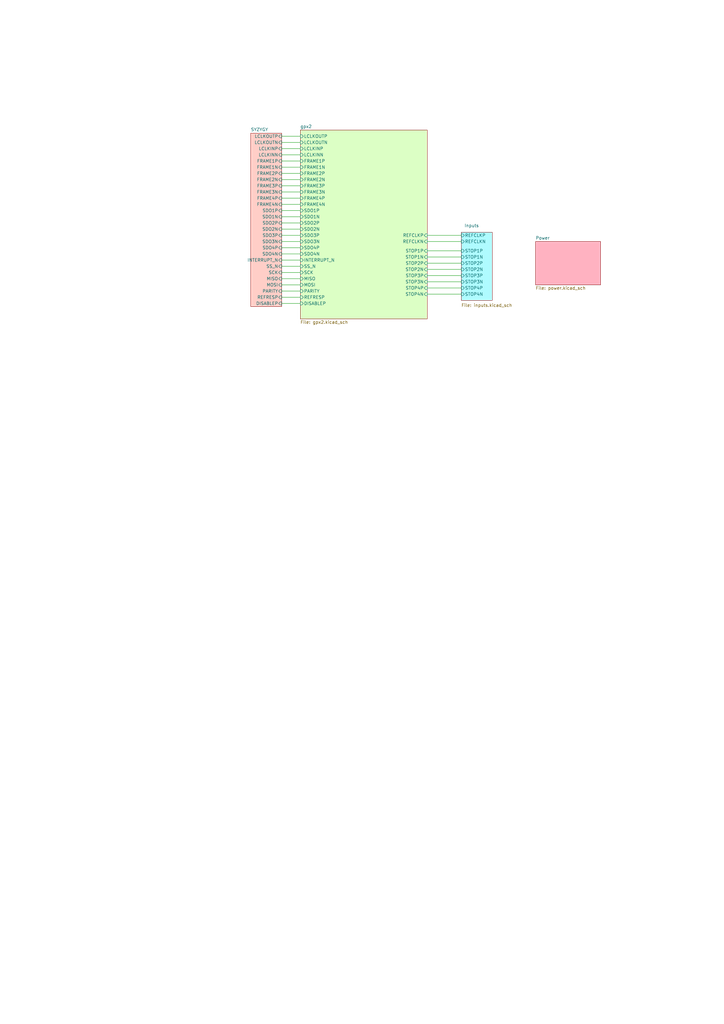
<source format=kicad_sch>
(kicad_sch
	(version 20231120)
	(generator "eeschema")
	(generator_version "8.0")
	(uuid "58794247-fa97-42c4-a3e2-816831bb0d27")
	(paper "A3" portrait)
	(lib_symbols)
	(wire
		(pts
			(xy 175.26 110.49) (xy 189.23 110.49)
		)
		(stroke
			(width 0)
			(type default)
		)
		(uuid "01250f74-8b93-4ecc-a5c1-780c0b2e8aac")
	)
	(wire
		(pts
			(xy 115.57 114.3) (xy 123.19 114.3)
		)
		(stroke
			(width 0)
			(type default)
		)
		(uuid "12166a4e-2031-4264-ba1b-605239596110")
	)
	(wire
		(pts
			(xy 175.26 115.57) (xy 189.23 115.57)
		)
		(stroke
			(width 0)
			(type default)
		)
		(uuid "1228018d-19f9-4618-bf84-97856d0846df")
	)
	(wire
		(pts
			(xy 115.57 104.14) (xy 123.19 104.14)
		)
		(stroke
			(width 0)
			(type default)
		)
		(uuid "1b9aae87-f418-4a22-925b-1ab4c4843ebc")
	)
	(wire
		(pts
			(xy 115.57 121.92) (xy 123.19 121.92)
		)
		(stroke
			(width 0)
			(type default)
		)
		(uuid "1f32b1e8-32d3-42b5-859d-73e0d04eac6d")
	)
	(wire
		(pts
			(xy 175.26 96.52) (xy 189.23 96.52)
		)
		(stroke
			(width 0)
			(type default)
		)
		(uuid "21ba81ec-629c-45d7-a1a3-0f328fa36bd2")
	)
	(wire
		(pts
			(xy 115.57 116.84) (xy 123.19 116.84)
		)
		(stroke
			(width 0)
			(type default)
		)
		(uuid "24d403ec-7d70-4668-bc09-a8dc863b6221")
	)
	(wire
		(pts
			(xy 175.26 99.06) (xy 189.23 99.06)
		)
		(stroke
			(width 0)
			(type default)
		)
		(uuid "2726aea7-037a-46c3-a7e9-d4e57fe3a8eb")
	)
	(wire
		(pts
			(xy 175.26 107.95) (xy 189.23 107.95)
		)
		(stroke
			(width 0)
			(type default)
		)
		(uuid "28dbbbcb-efe4-4637-b8ed-3733d8308f89")
	)
	(wire
		(pts
			(xy 115.57 106.68) (xy 123.19 106.68)
		)
		(stroke
			(width 0)
			(type default)
		)
		(uuid "29eac666-e194-43fa-be9a-ed2ecadb829f")
	)
	(wire
		(pts
			(xy 115.57 124.46) (xy 123.19 124.46)
		)
		(stroke
			(width 0)
			(type default)
		)
		(uuid "2ac0ae5a-b2f0-41fd-a326-ce25f33a5229")
	)
	(wire
		(pts
			(xy 115.57 60.96) (xy 123.19 60.96)
		)
		(stroke
			(width 0)
			(type default)
		)
		(uuid "2fa9c4d5-4b52-41f3-be27-0b3c2b8c7cc2")
	)
	(wire
		(pts
			(xy 115.57 68.58) (xy 123.19 68.58)
		)
		(stroke
			(width 0)
			(type default)
		)
		(uuid "35567780-a7b7-4686-ab10-0b74c8ca74f5")
	)
	(wire
		(pts
			(xy 115.57 93.98) (xy 123.19 93.98)
		)
		(stroke
			(width 0)
			(type default)
		)
		(uuid "38890b0f-2d42-42e2-81c8-554ab273bdae")
	)
	(wire
		(pts
			(xy 115.57 101.6) (xy 123.19 101.6)
		)
		(stroke
			(width 0)
			(type default)
		)
		(uuid "3ecd8180-b733-44f0-a3fc-3581edb2ff74")
	)
	(wire
		(pts
			(xy 115.57 99.06) (xy 123.19 99.06)
		)
		(stroke
			(width 0)
			(type default)
		)
		(uuid "451f2eec-4341-4cdf-b5e3-20e53f0ab63b")
	)
	(wire
		(pts
			(xy 115.57 58.42) (xy 123.19 58.42)
		)
		(stroke
			(width 0)
			(type default)
		)
		(uuid "505dab7f-eb5b-4bd7-a0ee-10898061b2ef")
	)
	(wire
		(pts
			(xy 115.57 63.5) (xy 123.19 63.5)
		)
		(stroke
			(width 0)
			(type default)
		)
		(uuid "5100d108-82f4-4194-b36d-b65c13619731")
	)
	(wire
		(pts
			(xy 115.57 73.66) (xy 123.19 73.66)
		)
		(stroke
			(width 0)
			(type default)
		)
		(uuid "5b6500a9-2d8b-41b8-a0c4-6d264d83a377")
	)
	(wire
		(pts
			(xy 115.57 78.74) (xy 123.19 78.74)
		)
		(stroke
			(width 0)
			(type default)
		)
		(uuid "624b342d-784b-4f62-b858-9e81ab28f8c3")
	)
	(wire
		(pts
			(xy 115.57 66.04) (xy 123.19 66.04)
		)
		(stroke
			(width 0)
			(type default)
		)
		(uuid "6309d2f3-52e4-4d66-b71d-efd10e844ede")
	)
	(wire
		(pts
			(xy 175.26 118.11) (xy 189.23 118.11)
		)
		(stroke
			(width 0)
			(type default)
		)
		(uuid "85140c51-d69f-4700-aad6-0bcd43c85086")
	)
	(wire
		(pts
			(xy 115.57 83.82) (xy 123.19 83.82)
		)
		(stroke
			(width 0)
			(type default)
		)
		(uuid "88aed28f-1342-40a0-82b8-ee88a6fccf8c")
	)
	(wire
		(pts
			(xy 115.57 71.12) (xy 123.19 71.12)
		)
		(stroke
			(width 0)
			(type default)
		)
		(uuid "8f5b7c33-6777-49fb-b2bc-e1242e0cd5d3")
	)
	(wire
		(pts
			(xy 175.26 105.41) (xy 189.23 105.41)
		)
		(stroke
			(width 0)
			(type default)
		)
		(uuid "a45933da-19e3-4937-8f28-9f66707f5620")
	)
	(wire
		(pts
			(xy 115.57 76.2) (xy 123.19 76.2)
		)
		(stroke
			(width 0)
			(type default)
		)
		(uuid "a8d03127-5dd7-4460-8b78-1d98201eea60")
	)
	(wire
		(pts
			(xy 175.26 120.65) (xy 189.23 120.65)
		)
		(stroke
			(width 0)
			(type default)
		)
		(uuid "ac32ab6d-b064-4acd-a764-1a27194cfba9")
	)
	(wire
		(pts
			(xy 115.57 91.44) (xy 123.19 91.44)
		)
		(stroke
			(width 0)
			(type default)
		)
		(uuid "bd1accb6-c90a-47b8-83dd-1e0c1b819bf7")
	)
	(wire
		(pts
			(xy 175.26 102.87) (xy 189.23 102.87)
		)
		(stroke
			(width 0)
			(type default)
		)
		(uuid "c02b95e6-1e45-41cb-a7c6-e02176aa7126")
	)
	(wire
		(pts
			(xy 115.57 81.28) (xy 123.19 81.28)
		)
		(stroke
			(width 0)
			(type default)
		)
		(uuid "c3e86f83-d518-4db1-a9f2-aecf579b8eb8")
	)
	(wire
		(pts
			(xy 115.57 88.9) (xy 123.19 88.9)
		)
		(stroke
			(width 0)
			(type default)
		)
		(uuid "c7b52d58-660b-4fc8-b2d1-6d319cd60ede")
	)
	(wire
		(pts
			(xy 115.57 96.52) (xy 123.19 96.52)
		)
		(stroke
			(width 0)
			(type default)
		)
		(uuid "d0188bd5-7254-4d01-8a1f-6d73d03fa401")
	)
	(wire
		(pts
			(xy 115.57 55.88) (xy 123.19 55.88)
		)
		(stroke
			(width 0)
			(type default)
		)
		(uuid "e33a0fe9-ec5a-45c6-99ef-9e650a2d18ef")
	)
	(wire
		(pts
			(xy 115.57 109.22) (xy 123.19 109.22)
		)
		(stroke
			(width 0)
			(type default)
		)
		(uuid "e3962624-eac6-4b73-ba66-ae660bffbba8")
	)
	(wire
		(pts
			(xy 115.57 86.36) (xy 123.19 86.36)
		)
		(stroke
			(width 0)
			(type default)
		)
		(uuid "e8f1253b-5dd0-454e-97bd-379460b712c4")
	)
	(wire
		(pts
			(xy 175.26 113.03) (xy 189.23 113.03)
		)
		(stroke
			(width 0)
			(type default)
		)
		(uuid "e91a00c3-3eaf-4de0-845f-e597b56b6742")
	)
	(wire
		(pts
			(xy 115.57 111.76) (xy 123.19 111.76)
		)
		(stroke
			(width 0)
			(type default)
		)
		(uuid "ec399303-29ff-4567-ab5e-98a83a95adcf")
	)
	(wire
		(pts
			(xy 115.57 119.38) (xy 123.19 119.38)
		)
		(stroke
			(width 0)
			(type default)
		)
		(uuid "f459eba7-6a37-4dfc-9bfd-b3d19a46a987")
	)
	(sheet
		(at 123.19 53.34)
		(size 52.07 77.47)
		(fields_autoplaced yes)
		(stroke
			(width 0.1524)
			(type solid)
		)
		(fill
			(color 220 255 197 1.0000)
		)
		(uuid "6f7b7525-eff1-434a-9274-b073755f2d37")
		(property "Sheetname" "gpx2"
			(at 123.19 52.6284 0)
			(effects
				(font
					(size 1.27 1.27)
				)
				(justify left bottom)
			)
		)
		(property "Sheetfile" "gpx2.kicad_sch"
			(at 123.19 131.3946 0)
			(effects
				(font
					(size 1.27 1.27)
				)
				(justify left top)
			)
		)
		(pin "FRAME1P" input
			(at 123.19 66.04 180)
			(effects
				(font
					(size 1.27 1.27)
				)
				(justify left)
			)
			(uuid "371ebe11-8b76-4be6-bf05-d33caf3d240e")
		)
		(pin "FRAME1N" input
			(at 123.19 68.58 180)
			(effects
				(font
					(size 1.27 1.27)
				)
				(justify left)
			)
			(uuid "ac52f322-71a7-4816-ac1e-2f7e44530fb4")
		)
		(pin "FRAME2N" input
			(at 123.19 73.66 180)
			(effects
				(font
					(size 1.27 1.27)
				)
				(justify left)
			)
			(uuid "cab664f2-fe13-433c-8dd9-e48e6244e58c")
		)
		(pin "FRAME2P" input
			(at 123.19 71.12 180)
			(effects
				(font
					(size 1.27 1.27)
				)
				(justify left)
			)
			(uuid "7061a46b-e165-43e5-a721-638d600a1747")
		)
		(pin "LCLKOUTP" input
			(at 123.19 55.88 180)
			(effects
				(font
					(size 1.27 1.27)
				)
				(justify left)
			)
			(uuid "1048b1bc-39a5-4dac-815f-68720d71bd12")
		)
		(pin "LCLKINP" input
			(at 123.19 60.96 180)
			(effects
				(font
					(size 1.27 1.27)
				)
				(justify left)
			)
			(uuid "675db151-a258-445e-9099-aeddd77d5633")
		)
		(pin "LCLKINN" input
			(at 123.19 63.5 180)
			(effects
				(font
					(size 1.27 1.27)
				)
				(justify left)
			)
			(uuid "941fe6ac-55a8-452a-866c-402b1ea93907")
		)
		(pin "LCLKOUTN" input
			(at 123.19 58.42 180)
			(effects
				(font
					(size 1.27 1.27)
				)
				(justify left)
			)
			(uuid "7d1b3be5-5f47-4d6c-ab37-8cfbc25f59d0")
		)
		(pin "SDO1P" input
			(at 123.19 86.36 180)
			(effects
				(font
					(size 1.27 1.27)
				)
				(justify left)
			)
			(uuid "85ecea95-4d96-49ac-b272-a741f9c3acd5")
		)
		(pin "SDO1N" input
			(at 123.19 88.9 180)
			(effects
				(font
					(size 1.27 1.27)
				)
				(justify left)
			)
			(uuid "d8ab6a3f-e3e8-4115-9ced-bb4f6c80d2c1")
		)
		(pin "SDO2P" input
			(at 123.19 91.44 180)
			(effects
				(font
					(size 1.27 1.27)
				)
				(justify left)
			)
			(uuid "37a9e265-bdf8-4df7-9418-2fbc7c4171eb")
		)
		(pin "SDO3N" input
			(at 123.19 99.06 180)
			(effects
				(font
					(size 1.27 1.27)
				)
				(justify left)
			)
			(uuid "bf5868c5-9cab-43ed-8b88-dce4a0a91517")
		)
		(pin "SDO4P" input
			(at 123.19 101.6 180)
			(effects
				(font
					(size 1.27 1.27)
				)
				(justify left)
			)
			(uuid "560a54b1-ee74-444a-bd9b-4fd84f462e1c")
		)
		(pin "SDO4N" input
			(at 123.19 104.14 180)
			(effects
				(font
					(size 1.27 1.27)
				)
				(justify left)
			)
			(uuid "c78f821f-3043-4b18-a8d6-4eff8b5dbbb3")
		)
		(pin "SDO2N" input
			(at 123.19 93.98 180)
			(effects
				(font
					(size 1.27 1.27)
				)
				(justify left)
			)
			(uuid "6e4486f8-bb62-4cac-85f7-673cac432f45")
		)
		(pin "SDO3P" input
			(at 123.19 96.52 180)
			(effects
				(font
					(size 1.27 1.27)
				)
				(justify left)
			)
			(uuid "a386587f-0249-4eed-a7d9-6ad0a1aa7d39")
		)
		(pin "MISO" input
			(at 123.19 114.3 180)
			(effects
				(font
					(size 1.27 1.27)
				)
				(justify left)
			)
			(uuid "1c5ab38f-9d57-4a5a-a0e4-e97be8ec96a0")
		)
		(pin "MOSI" input
			(at 123.19 116.84 180)
			(effects
				(font
					(size 1.27 1.27)
				)
				(justify left)
			)
			(uuid "d0b4fdff-4004-47cd-89d5-23bc4e8b493d")
		)
		(pin "SCK" input
			(at 123.19 111.76 180)
			(effects
				(font
					(size 1.27 1.27)
				)
				(justify left)
			)
			(uuid "a91cca7d-472e-43e9-86a9-b91f3b4d7cb3")
		)
		(pin "SS_N" input
			(at 123.19 109.22 180)
			(effects
				(font
					(size 1.27 1.27)
				)
				(justify left)
			)
			(uuid "c7b41b72-c1fd-4e17-a5db-234d919f559d")
		)
		(pin "INTERRUPT_N" input
			(at 123.19 106.68 180)
			(effects
				(font
					(size 1.27 1.27)
				)
				(justify left)
			)
			(uuid "70feb85c-8863-4c98-a01f-9f794c5d8622")
		)
		(pin "PARITY" input
			(at 123.19 119.38 180)
			(effects
				(font
					(size 1.27 1.27)
				)
				(justify left)
			)
			(uuid "ccb66b6a-270f-4705-b8f2-8f43ddff1e91")
		)
		(pin "STOP4P" input
			(at 175.26 118.11 0)
			(effects
				(font
					(size 1.27 1.27)
				)
				(justify right)
			)
			(uuid "f9a6a195-64ed-483d-80e2-3264cad48e61")
		)
		(pin "STOP4N" input
			(at 175.26 120.65 0)
			(effects
				(font
					(size 1.27 1.27)
				)
				(justify right)
			)
			(uuid "89e99700-2dd9-423f-8d07-1034e0e61aed")
		)
		(pin "FRAME3P" input
			(at 123.19 76.2 180)
			(effects
				(font
					(size 1.27 1.27)
				)
				(justify left)
			)
			(uuid "be11e090-bbf7-4092-99fc-bc61b0072fa7")
		)
		(pin "FRAME4N" input
			(at 123.19 83.82 180)
			(effects
				(font
					(size 1.27 1.27)
				)
				(justify left)
			)
			(uuid "b9c5c226-6928-43b2-a213-699c74f297c2")
		)
		(pin "FRAME3N" input
			(at 123.19 78.74 180)
			(effects
				(font
					(size 1.27 1.27)
				)
				(justify left)
			)
			(uuid "94613921-d8b2-4fd5-83f0-c63614acb45d")
		)
		(pin "FRAME4P" input
			(at 123.19 81.28 180)
			(effects
				(font
					(size 1.27 1.27)
				)
				(justify left)
			)
			(uuid "0e14eb0b-527e-4eba-95c2-b55499440e26")
		)
		(pin "REFRESP" input
			(at 123.19 121.92 180)
			(effects
				(font
					(size 1.27 1.27)
				)
				(justify left)
			)
			(uuid "d1de2f74-3ac9-4410-8629-f609a014f1cb")
		)
		(pin "REFCLKN" input
			(at 175.26 99.06 0)
			(effects
				(font
					(size 1.27 1.27)
				)
				(justify right)
			)
			(uuid "332c0b81-ddce-4a00-a6ad-0455a3271d6b")
		)
		(pin "REFCLKP" input
			(at 175.26 96.52 0)
			(effects
				(font
					(size 1.27 1.27)
				)
				(justify right)
			)
			(uuid "10470dc6-cc39-4265-8935-acc8bae79ca8")
		)
		(pin "DISABLEP" input
			(at 123.19 124.46 180)
			(effects
				(font
					(size 1.27 1.27)
				)
				(justify left)
			)
			(uuid "cfc192e5-73c0-4425-8d64-3678a099e990")
		)
		(pin "STOP2N" input
			(at 175.26 110.49 0)
			(effects
				(font
					(size 1.27 1.27)
				)
				(justify right)
			)
			(uuid "47b24506-09ef-49fc-b0f2-438ef98bd7b9")
		)
		(pin "STOP3P" input
			(at 175.26 113.03 0)
			(effects
				(font
					(size 1.27 1.27)
				)
				(justify right)
			)
			(uuid "d2ab8cbd-4701-44b0-b030-61622966ccd8")
		)
		(pin "STOP3N" input
			(at 175.26 115.57 0)
			(effects
				(font
					(size 1.27 1.27)
				)
				(justify right)
			)
			(uuid "48482d56-20bd-4984-a3b1-dd2e48e868f8")
		)
		(pin "STOP1N" input
			(at 175.26 105.41 0)
			(effects
				(font
					(size 1.27 1.27)
				)
				(justify right)
			)
			(uuid "c4e33bde-779f-4311-b984-c685e75da4ed")
		)
		(pin "STOP2P" input
			(at 175.26 107.95 0)
			(effects
				(font
					(size 1.27 1.27)
				)
				(justify right)
			)
			(uuid "8bbc4aae-606f-4c57-b5a0-79b246cf0a4f")
		)
		(pin "STOP1P" input
			(at 175.26 102.87 0)
			(effects
				(font
					(size 1.27 1.27)
				)
				(justify right)
			)
			(uuid "edc668ac-034d-439f-98f7-2d46068916ba")
		)
		(instances
			(project "syzygy_gpx2"
				(path "/58794247-fa97-42c4-a3e2-816831bb0d27"
					(page "2")
				)
			)
		)
	)
	(sheet
		(at 102.87 54.61)
		(size 12.7 71.12)
		(fields_autoplaced yes)
		(stroke
			(width 0.1524)
			(type solid)
		)
		(fill
			(color 255 206 199 1.0000)
		)
		(uuid "7fea9558-149f-42ef-aa6e-85a6489f3731")
		(property "Sheetname" "SYZYGY"
			(at 102.87 53.8984 0)
			(effects
				(font
					(size 1.27 1.27)
				)
				(justify left bottom)
			)
		)
		(property "Sheetfile" "syzygy.kicad_sch"
			(at 102.87 126.3146 0)
			(effects
				(font
					(size 1.27 1.27)
				)
				(justify left top)
				(hide yes)
			)
		)
		(pin "LCLKINP" input
			(at 115.57 60.96 0)
			(effects
				(font
					(size 1.27 1.27)
				)
				(justify right)
			)
			(uuid "28805fcb-09f7-4daa-bf1c-9225315a3f0d")
		)
		(pin "LCLKINN" input
			(at 115.57 63.5 0)
			(effects
				(font
					(size 1.27 1.27)
				)
				(justify right)
			)
			(uuid "2870dda3-143f-4a87-b73c-8c5a55ee97c3")
		)
		(pin "SDO3N" input
			(at 115.57 99.06 0)
			(effects
				(font
					(size 1.27 1.27)
				)
				(justify right)
			)
			(uuid "69fdb460-03b7-4c08-add3-57ef9e319b6d")
		)
		(pin "SDO4P" input
			(at 115.57 101.6 0)
			(effects
				(font
					(size 1.27 1.27)
				)
				(justify right)
			)
			(uuid "51c89b68-3dba-4fef-ba37-9da081949588")
		)
		(pin "SDO4N" input
			(at 115.57 104.14 0)
			(effects
				(font
					(size 1.27 1.27)
				)
				(justify right)
			)
			(uuid "2f4fd1fd-2b18-4342-bbc3-c7e227867daa")
		)
		(pin "SDO2N" input
			(at 115.57 93.98 0)
			(effects
				(font
					(size 1.27 1.27)
				)
				(justify right)
			)
			(uuid "e249f57e-7720-4b5c-a763-471552a6e826")
		)
		(pin "SDO3P" input
			(at 115.57 96.52 0)
			(effects
				(font
					(size 1.27 1.27)
				)
				(justify right)
			)
			(uuid "554031f7-8644-41f0-847a-e16725bb2d86")
		)
		(pin "SDO1N" input
			(at 115.57 88.9 0)
			(effects
				(font
					(size 1.27 1.27)
				)
				(justify right)
			)
			(uuid "e680413b-6f65-411f-8e87-99c3dc3ea55a")
		)
		(pin "SDO1P" input
			(at 115.57 86.36 0)
			(effects
				(font
					(size 1.27 1.27)
				)
				(justify right)
			)
			(uuid "8d5db7e7-0461-4a43-8c3a-518c94edb9d9")
		)
		(pin "SDO2P" input
			(at 115.57 91.44 0)
			(effects
				(font
					(size 1.27 1.27)
				)
				(justify right)
			)
			(uuid "40e32174-6572-4f08-8e77-f81232a97d98")
		)
		(pin "FRAME4N" input
			(at 115.57 83.82 0)
			(effects
				(font
					(size 1.27 1.27)
				)
				(justify right)
			)
			(uuid "75d44a9a-237e-4f23-9632-070e2bdce0c1")
		)
		(pin "FRAME3N" input
			(at 115.57 78.74 0)
			(effects
				(font
					(size 1.27 1.27)
				)
				(justify right)
			)
			(uuid "4922a5ea-0826-46d4-aedb-d3c8a95d82a5")
		)
		(pin "FRAME2P" input
			(at 115.57 71.12 0)
			(effects
				(font
					(size 1.27 1.27)
				)
				(justify right)
			)
			(uuid "a37cfa19-2eef-421b-a970-b48869d12bcc")
		)
		(pin "FRAME2N" input
			(at 115.57 73.66 0)
			(effects
				(font
					(size 1.27 1.27)
				)
				(justify right)
			)
			(uuid "25f92739-f077-4b27-bccd-52436801d7e7")
		)
		(pin "FRAME3P" input
			(at 115.57 76.2 0)
			(effects
				(font
					(size 1.27 1.27)
				)
				(justify right)
			)
			(uuid "06853496-470c-455c-b8e4-e78071815e5f")
		)
		(pin "FRAME4P" input
			(at 115.57 81.28 0)
			(effects
				(font
					(size 1.27 1.27)
				)
				(justify right)
			)
			(uuid "3286f6f2-da0c-4973-a9d7-eeaaba6039d6")
		)
		(pin "FRAME1P" input
			(at 115.57 66.04 0)
			(effects
				(font
					(size 1.27 1.27)
				)
				(justify right)
			)
			(uuid "ea635ea1-8b0a-4e6f-863e-16581f33e60d")
		)
		(pin "FRAME1N" input
			(at 115.57 68.58 0)
			(effects
				(font
					(size 1.27 1.27)
				)
				(justify right)
			)
			(uuid "53fe0d89-41eb-4c58-a4dc-c52c0203b4be")
		)
		(pin "LCLKOUTN" input
			(at 115.57 58.42 0)
			(effects
				(font
					(size 1.27 1.27)
				)
				(justify right)
			)
			(uuid "9117bbc7-c5dc-449e-b8d0-4ce7e8908185")
		)
		(pin "LCLKOUTP" input
			(at 115.57 55.88 0)
			(effects
				(font
					(size 1.27 1.27)
				)
				(justify right)
			)
			(uuid "f42b36d9-aa9d-4434-8cb8-45f694da35c5")
		)
		(pin "INTERRUPT_N" input
			(at 115.57 106.68 0)
			(effects
				(font
					(size 1.27 1.27)
				)
				(justify right)
			)
			(uuid "2c058a77-2169-4977-8957-7cb9bbb65c23")
		)
		(pin "MOSI" input
			(at 115.57 116.84 0)
			(effects
				(font
					(size 1.27 1.27)
				)
				(justify right)
			)
			(uuid "af5ccf22-dde0-481a-a497-5c4b996bd94d")
		)
		(pin "MISO" input
			(at 115.57 114.3 0)
			(effects
				(font
					(size 1.27 1.27)
				)
				(justify right)
			)
			(uuid "b6fc377f-f0ce-46f9-92a4-b74ed78a7c9f")
		)
		(pin "SCK" input
			(at 115.57 111.76 0)
			(effects
				(font
					(size 1.27 1.27)
				)
				(justify right)
			)
			(uuid "735301f4-cd58-4d9e-a524-b643dedd69fa")
		)
		(pin "PARITY" input
			(at 115.57 119.38 0)
			(effects
				(font
					(size 1.27 1.27)
				)
				(justify right)
			)
			(uuid "10e20edc-cfc6-4a2b-9069-f06f65b310e6")
		)
		(pin "SS_N" input
			(at 115.57 109.22 0)
			(effects
				(font
					(size 1.27 1.27)
				)
				(justify right)
			)
			(uuid "45146623-38ac-4c48-a30c-c7fe875b9796")
		)
		(pin "REFRESP" input
			(at 115.57 121.92 0)
			(effects
				(font
					(size 1.27 1.27)
				)
				(justify right)
			)
			(uuid "e14f82e7-f1f9-4017-ac34-c557d51205f1")
		)
		(pin "DISABLEP" input
			(at 115.57 124.46 0)
			(effects
				(font
					(size 1.27 1.27)
				)
				(justify right)
			)
			(uuid "1d66ca27-165e-4a67-a766-6ee1f757668b")
		)
		(instances
			(project "syzygy_gpx2"
				(path "/58794247-fa97-42c4-a3e2-816831bb0d27"
					(page "6")
				)
			)
		)
	)
	(sheet
		(at 219.71 99.06)
		(size 26.67 17.78)
		(fields_autoplaced yes)
		(stroke
			(width 0.1524)
			(type solid)
		)
		(fill
			(color 255 178 193 1.0000)
		)
		(uuid "c67a99a3-3a9a-40ba-b6e2-863a97fdf2a7")
		(property "Sheetname" "Power"
			(at 219.71 98.3484 0)
			(effects
				(font
					(size 1.27 1.27)
				)
				(justify left bottom)
			)
		)
		(property "Sheetfile" "power.kicad_sch"
			(at 219.71 117.4246 0)
			(effects
				(font
					(size 1.27 1.27)
				)
				(justify left top)
			)
		)
		(instances
			(project "syzygy_gpx2"
				(path "/58794247-fa97-42c4-a3e2-816831bb0d27"
					(page "4")
				)
			)
		)
	)
	(sheet
		(at 189.23 95.25)
		(size 12.7 27.94)
		(stroke
			(width 0.1524)
			(type solid)
		)
		(fill
			(color 175 251 255 1.0000)
		)
		(uuid "f5447f43-273a-4622-b6db-031d14987e98")
		(property "Sheetname" "Inputs"
			(at 190.5 93.2684 0)
			(effects
				(font
					(size 1.27 1.27)
				)
				(justify left bottom)
			)
		)
		(property "Sheetfile" "inputs.kicad_sch"
			(at 189.23 124.46 0)
			(effects
				(font
					(size 1.27 1.27)
				)
				(justify left top)
			)
		)
		(pin "STOP4N" input
			(at 189.23 120.65 180)
			(effects
				(font
					(size 1.27 1.27)
				)
				(justify left)
			)
			(uuid "cc887b75-b1d8-4ad5-ad0d-7c2cadddf1f9")
		)
		(pin "STOP4P" input
			(at 189.23 118.11 180)
			(effects
				(font
					(size 1.27 1.27)
				)
				(justify left)
			)
			(uuid "18510543-08b2-49cc-90ad-9cd047fdd142")
		)
		(pin "STOP3P" input
			(at 189.23 113.03 180)
			(effects
				(font
					(size 1.27 1.27)
				)
				(justify left)
			)
			(uuid "e0d052f1-8da8-445e-bb4e-5f699b78a349")
		)
		(pin "STOP3N" input
			(at 189.23 115.57 180)
			(effects
				(font
					(size 1.27 1.27)
				)
				(justify left)
			)
			(uuid "aa69c241-172d-4574-8739-1e9e34ddf5e2")
		)
		(pin "REFCLKN" input
			(at 189.23 99.06 180)
			(effects
				(font
					(size 1.27 1.27)
				)
				(justify left)
			)
			(uuid "40a39403-2496-44a2-b632-f753a0dedd4b")
		)
		(pin "REFCLKP" input
			(at 189.23 96.52 180)
			(effects
				(font
					(size 1.27 1.27)
				)
				(justify left)
			)
			(uuid "c5a7e002-7ecf-4336-9525-a24123da4a6c")
		)
		(pin "STOP1P" input
			(at 189.23 102.87 180)
			(effects
				(font
					(size 1.27 1.27)
				)
				(justify left)
			)
			(uuid "339c9138-d24d-4d45-a1e3-b8f5db7af18d")
		)
		(pin "STOP2N" input
			(at 189.23 110.49 180)
			(effects
				(font
					(size 1.27 1.27)
				)
				(justify left)
			)
			(uuid "dec7048b-d993-4797-b128-ab2bc04370b5")
		)
		(pin "STOP2P" input
			(at 189.23 107.95 180)
			(effects
				(font
					(size 1.27 1.27)
				)
				(justify left)
			)
			(uuid "38a3da08-83e3-494a-a078-9a55b3e2c4ae")
		)
		(pin "STOP1N" input
			(at 189.23 105.41 180)
			(effects
				(font
					(size 1.27 1.27)
				)
				(justify left)
			)
			(uuid "309ca1fa-2fe6-484d-af5f-7ea1a0cd1bde")
		)
		(instances
			(project "syzygy_gpx2"
				(path "/58794247-fa97-42c4-a3e2-816831bb0d27"
					(page "5")
				)
			)
		)
	)
	(sheet_instances
		(path "/"
			(page "1")
		)
	)
)

</source>
